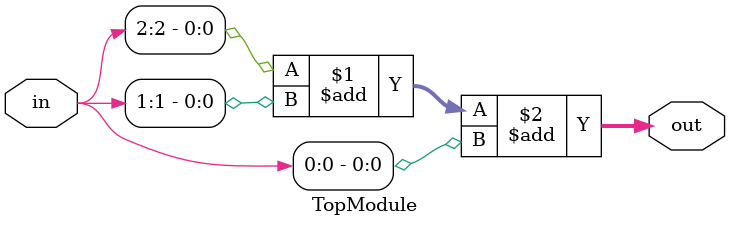
<source format=sv>

module TopModule (
  input [2:0] in,
  output [1:0] out
);

  assign out = in[2] + in[1] + in[0];

endmodule

// VERILOG-EVAL: errant inclusion of module definition

</source>
